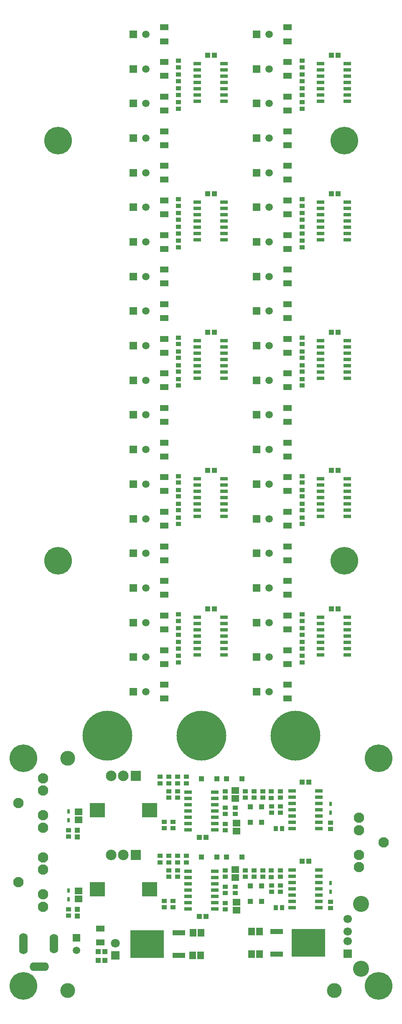
<source format=gts>
G04*
G04 #@! TF.GenerationSoftware,Altium Limited,Altium Designer,23.10.1 (27)*
G04*
G04 Layer_Color=8388736*
%FSLAX25Y25*%
%MOIN*%
G70*
G04*
G04 #@! TF.SameCoordinates,DEC2BE8A-3C9D-4CA9-A4ED-9AED73E2F86B*
G04*
G04*
G04 #@! TF.FilePolarity,Negative*
G04*
G01*
G75*
%ADD33R,0.27165X0.22244*%
%ADD34R,0.09843X0.04331*%
%ADD35R,0.05512X0.05906*%
%ADD36R,0.03937X0.04331*%
%ADD37R,0.06890X0.05118*%
%ADD38R,0.05906X0.05512*%
%ADD39R,0.04331X0.03937*%
%ADD40R,0.02362X0.03543*%
%ADD41R,0.04134X0.03740*%
%ADD42R,0.06102X0.02756*%
%ADD43R,0.03937X0.04134*%
%ADD44R,0.03740X0.04134*%
%ADD45R,0.04134X0.03937*%
%ADD46C,0.11811*%
%ADD47C,0.39764*%
%ADD48C,0.07087*%
%ADD49R,0.07087X0.07087*%
%ADD50O,0.06890X0.16929*%
%ADD51O,0.06890X0.15551*%
%ADD52O,0.15551X0.06890*%
%ADD53C,0.08268*%
%ADD54C,0.00394*%
%ADD55C,0.12795*%
%ADD56C,0.06693*%
%ADD57R,0.06693X0.06693*%
%ADD58R,0.05906X0.05906*%
%ADD59C,0.05906*%
%ADD60R,0.12402X0.11614*%
%ADD61R,0.08465X0.08465*%
%ADD62C,0.08465*%
%ADD63R,0.05906X0.05906*%
%ADD64C,0.22047*%
D33*
X243000Y50000D02*
D03*
X114431Y49047D02*
D03*
D34*
X217803Y41024D02*
D03*
Y58976D02*
D03*
X139627Y58024D02*
D03*
Y40071D02*
D03*
D35*
X197850Y59000D02*
D03*
X204150D02*
D03*
X197850Y41000D02*
D03*
X204150D02*
D03*
X157299Y57843D02*
D03*
X151000D02*
D03*
X157150Y39843D02*
D03*
X150850D02*
D03*
D36*
X80657Y35843D02*
D03*
X75343D02*
D03*
X80658Y42843D02*
D03*
X75343D02*
D03*
X266602Y756913D02*
D03*
X261287D02*
D03*
X168177D02*
D03*
X162862D02*
D03*
X168177Y646677D02*
D03*
X162862D02*
D03*
X266602D02*
D03*
X261287D02*
D03*
X266602Y536441D02*
D03*
X261287D02*
D03*
X168177D02*
D03*
X162862D02*
D03*
X168177Y426205D02*
D03*
X162862D02*
D03*
X266602D02*
D03*
X261287D02*
D03*
X266602Y315968D02*
D03*
X261287D02*
D03*
X168177D02*
D03*
X162862D02*
D03*
X238012Y115110D02*
D03*
X243327D02*
D03*
X156012Y71110D02*
D03*
X161327D02*
D03*
X238012Y178102D02*
D03*
X243327D02*
D03*
X156012Y134102D02*
D03*
X161327D02*
D03*
D37*
X77000Y50331D02*
D03*
Y61354D02*
D03*
X226378Y768110D02*
D03*
Y779134D02*
D03*
Y740551D02*
D03*
Y751575D02*
D03*
Y712992D02*
D03*
Y724016D02*
D03*
Y685433D02*
D03*
Y696456D02*
D03*
X127953Y768110D02*
D03*
Y779134D02*
D03*
Y740551D02*
D03*
Y751575D02*
D03*
Y712992D02*
D03*
Y724016D02*
D03*
Y685433D02*
D03*
Y696456D02*
D03*
Y657874D02*
D03*
Y668898D02*
D03*
Y630315D02*
D03*
Y641339D02*
D03*
Y602756D02*
D03*
Y613779D02*
D03*
Y575197D02*
D03*
Y586220D02*
D03*
X226378Y657874D02*
D03*
Y668898D02*
D03*
Y630315D02*
D03*
Y641339D02*
D03*
Y602756D02*
D03*
Y613779D02*
D03*
Y575197D02*
D03*
Y586220D02*
D03*
Y547638D02*
D03*
Y558661D02*
D03*
Y520079D02*
D03*
Y531102D02*
D03*
Y492520D02*
D03*
Y503543D02*
D03*
Y464961D02*
D03*
Y475984D02*
D03*
X127953Y547638D02*
D03*
Y558661D02*
D03*
Y520079D02*
D03*
Y531102D02*
D03*
Y492520D02*
D03*
Y503543D02*
D03*
Y464961D02*
D03*
Y475984D02*
D03*
Y437402D02*
D03*
Y448425D02*
D03*
Y409842D02*
D03*
Y420866D02*
D03*
Y382283D02*
D03*
Y393307D02*
D03*
Y354724D02*
D03*
Y365748D02*
D03*
X226378Y437402D02*
D03*
Y448425D02*
D03*
Y409842D02*
D03*
Y420866D02*
D03*
Y382283D02*
D03*
Y393307D02*
D03*
Y354724D02*
D03*
Y365748D02*
D03*
Y327165D02*
D03*
Y338189D02*
D03*
Y299606D02*
D03*
Y310630D02*
D03*
Y272047D02*
D03*
Y283071D02*
D03*
Y244488D02*
D03*
Y255512D02*
D03*
X127953Y244488D02*
D03*
Y255512D02*
D03*
Y272047D02*
D03*
Y283071D02*
D03*
Y299606D02*
D03*
Y310630D02*
D03*
Y327165D02*
D03*
Y338189D02*
D03*
D38*
X59669Y91260D02*
D03*
Y84961D02*
D03*
Y154252D02*
D03*
Y147953D02*
D03*
X184669Y108260D02*
D03*
Y101961D02*
D03*
X185669Y75961D02*
D03*
Y82260D02*
D03*
X184669Y171252D02*
D03*
Y164953D02*
D03*
X185669Y138953D02*
D03*
Y145252D02*
D03*
D39*
X58669Y71453D02*
D03*
Y76768D02*
D03*
Y134445D02*
D03*
Y139760D02*
D03*
D40*
X51669Y91654D02*
D03*
Y84567D02*
D03*
Y154646D02*
D03*
Y147559D02*
D03*
X260669Y90567D02*
D03*
Y97654D02*
D03*
Y153559D02*
D03*
Y160646D02*
D03*
D41*
X237945Y747354D02*
D03*
Y752472D02*
D03*
Y736354D02*
D03*
Y741472D02*
D03*
Y725354D02*
D03*
Y730472D02*
D03*
Y714354D02*
D03*
Y719472D02*
D03*
X139520Y747354D02*
D03*
Y752472D02*
D03*
Y736354D02*
D03*
Y741472D02*
D03*
Y725354D02*
D03*
Y730472D02*
D03*
Y714354D02*
D03*
Y719472D02*
D03*
Y637118D02*
D03*
Y642236D02*
D03*
Y626118D02*
D03*
Y631236D02*
D03*
Y615118D02*
D03*
Y620236D02*
D03*
Y604118D02*
D03*
Y609236D02*
D03*
X237945Y637118D02*
D03*
Y642236D02*
D03*
Y626118D02*
D03*
Y631236D02*
D03*
Y615118D02*
D03*
Y620236D02*
D03*
Y604118D02*
D03*
Y609236D02*
D03*
Y526882D02*
D03*
Y532000D02*
D03*
Y515882D02*
D03*
Y521000D02*
D03*
Y504882D02*
D03*
Y510000D02*
D03*
Y493882D02*
D03*
Y499000D02*
D03*
X139520Y526882D02*
D03*
Y532000D02*
D03*
Y515882D02*
D03*
Y521000D02*
D03*
Y504882D02*
D03*
Y510000D02*
D03*
Y493882D02*
D03*
Y499000D02*
D03*
Y416646D02*
D03*
Y421764D02*
D03*
Y405646D02*
D03*
Y410764D02*
D03*
Y394646D02*
D03*
Y399764D02*
D03*
Y383646D02*
D03*
Y388764D02*
D03*
X237945Y416646D02*
D03*
Y421764D02*
D03*
Y405646D02*
D03*
Y410764D02*
D03*
Y394646D02*
D03*
Y399764D02*
D03*
Y383646D02*
D03*
Y388764D02*
D03*
Y306409D02*
D03*
Y311528D02*
D03*
Y295409D02*
D03*
Y300528D02*
D03*
Y284409D02*
D03*
Y289528D02*
D03*
Y273409D02*
D03*
Y278528D02*
D03*
X139520Y306409D02*
D03*
Y311528D02*
D03*
Y295409D02*
D03*
Y300528D02*
D03*
Y284409D02*
D03*
Y289528D02*
D03*
Y273409D02*
D03*
Y278528D02*
D03*
X176669Y102551D02*
D03*
Y107669D02*
D03*
X135168Y83261D02*
D03*
Y78143D02*
D03*
X128169Y83261D02*
D03*
Y78143D02*
D03*
X138669Y102551D02*
D03*
Y107669D02*
D03*
X220669Y102551D02*
D03*
Y107669D02*
D03*
Y90551D02*
D03*
Y95669D02*
D03*
X145669Y114071D02*
D03*
Y119189D02*
D03*
X51669Y76669D02*
D03*
Y71551D02*
D03*
X138669Y114071D02*
D03*
Y119189D02*
D03*
X192669Y102551D02*
D03*
Y107669D02*
D03*
X184669Y89551D02*
D03*
Y94669D02*
D03*
X131669Y102551D02*
D03*
Y107669D02*
D03*
X199669Y102551D02*
D03*
Y107669D02*
D03*
X213476Y107567D02*
D03*
Y102449D02*
D03*
X131669Y114071D02*
D03*
Y119189D02*
D03*
X206669Y107669D02*
D03*
Y102551D02*
D03*
X176669Y81669D02*
D03*
Y76551D02*
D03*
X124669Y114071D02*
D03*
Y119189D02*
D03*
X213669Y95669D02*
D03*
Y90551D02*
D03*
X260669Y77551D02*
D03*
Y82670D02*
D03*
X176669Y94669D02*
D03*
Y89551D02*
D03*
X176669Y165543D02*
D03*
Y170661D02*
D03*
X135169Y146253D02*
D03*
Y141135D02*
D03*
X128169Y146253D02*
D03*
Y141135D02*
D03*
X138669Y165543D02*
D03*
Y170661D02*
D03*
X220669Y165543D02*
D03*
Y170661D02*
D03*
Y153543D02*
D03*
Y158661D02*
D03*
X145669Y177063D02*
D03*
Y182181D02*
D03*
X51669Y139661D02*
D03*
Y134543D02*
D03*
X138669Y177063D02*
D03*
Y182181D02*
D03*
X192669Y165543D02*
D03*
Y170661D02*
D03*
X184669Y152543D02*
D03*
Y157661D02*
D03*
X131669Y165543D02*
D03*
Y170661D02*
D03*
X199669Y165543D02*
D03*
Y170661D02*
D03*
X213475Y170559D02*
D03*
Y165441D02*
D03*
X131669Y177063D02*
D03*
Y182181D02*
D03*
X206669Y170661D02*
D03*
Y165543D02*
D03*
X176669Y144661D02*
D03*
Y139543D02*
D03*
X124669Y177063D02*
D03*
Y182181D02*
D03*
X213669Y158661D02*
D03*
Y153543D02*
D03*
X260669Y140543D02*
D03*
Y145661D02*
D03*
X176669Y157661D02*
D03*
Y152543D02*
D03*
D42*
X274161Y720252D02*
D03*
Y725252D02*
D03*
Y730252D02*
D03*
Y735252D02*
D03*
Y740252D02*
D03*
Y745252D02*
D03*
Y750252D02*
D03*
X252705Y720252D02*
D03*
Y725252D02*
D03*
Y730252D02*
D03*
Y735252D02*
D03*
Y740252D02*
D03*
Y745252D02*
D03*
Y750252D02*
D03*
X175736Y720252D02*
D03*
Y725252D02*
D03*
Y730252D02*
D03*
Y735252D02*
D03*
Y740252D02*
D03*
Y745252D02*
D03*
Y750252D02*
D03*
X154280Y720252D02*
D03*
Y725252D02*
D03*
Y730252D02*
D03*
Y735252D02*
D03*
Y740252D02*
D03*
Y745252D02*
D03*
Y750252D02*
D03*
X175736Y610016D02*
D03*
Y615016D02*
D03*
Y620016D02*
D03*
Y625016D02*
D03*
Y630016D02*
D03*
Y635016D02*
D03*
Y640016D02*
D03*
X154280Y610016D02*
D03*
Y615016D02*
D03*
Y620016D02*
D03*
Y625016D02*
D03*
Y630016D02*
D03*
Y635016D02*
D03*
Y640016D02*
D03*
X274161Y610016D02*
D03*
Y615016D02*
D03*
Y620016D02*
D03*
Y625016D02*
D03*
Y630016D02*
D03*
Y635016D02*
D03*
Y640016D02*
D03*
X252705Y610016D02*
D03*
Y615016D02*
D03*
Y620016D02*
D03*
Y625016D02*
D03*
Y630016D02*
D03*
Y635016D02*
D03*
Y640016D02*
D03*
X274161Y499779D02*
D03*
Y504779D02*
D03*
Y509779D02*
D03*
Y514779D02*
D03*
Y519779D02*
D03*
Y524779D02*
D03*
Y529779D02*
D03*
X252705Y499779D02*
D03*
Y504779D02*
D03*
Y509779D02*
D03*
Y514779D02*
D03*
Y519779D02*
D03*
Y524779D02*
D03*
Y529779D02*
D03*
X175736Y499779D02*
D03*
Y504779D02*
D03*
Y509779D02*
D03*
Y514779D02*
D03*
Y519779D02*
D03*
Y524779D02*
D03*
Y529779D02*
D03*
X154280Y499779D02*
D03*
Y504779D02*
D03*
Y509779D02*
D03*
Y514779D02*
D03*
Y519779D02*
D03*
Y524779D02*
D03*
Y529779D02*
D03*
X175736Y389543D02*
D03*
Y394543D02*
D03*
Y399543D02*
D03*
Y404543D02*
D03*
Y409543D02*
D03*
Y414543D02*
D03*
Y419543D02*
D03*
X154280Y389543D02*
D03*
Y394543D02*
D03*
Y399543D02*
D03*
Y404543D02*
D03*
Y409543D02*
D03*
Y414543D02*
D03*
Y419543D02*
D03*
X274161Y389543D02*
D03*
Y394543D02*
D03*
Y399543D02*
D03*
Y404543D02*
D03*
Y409543D02*
D03*
Y414543D02*
D03*
Y419543D02*
D03*
X252705Y389543D02*
D03*
Y394543D02*
D03*
Y399543D02*
D03*
Y404543D02*
D03*
Y409543D02*
D03*
Y414543D02*
D03*
Y419543D02*
D03*
X274161Y279307D02*
D03*
Y284307D02*
D03*
Y289307D02*
D03*
Y294307D02*
D03*
Y299307D02*
D03*
Y304307D02*
D03*
Y309307D02*
D03*
X252705Y279307D02*
D03*
Y284307D02*
D03*
Y289307D02*
D03*
Y294307D02*
D03*
Y299307D02*
D03*
Y304307D02*
D03*
Y309307D02*
D03*
X175736Y279307D02*
D03*
Y284307D02*
D03*
Y289307D02*
D03*
Y294307D02*
D03*
Y299307D02*
D03*
Y304307D02*
D03*
Y309307D02*
D03*
X154280Y279307D02*
D03*
Y284307D02*
D03*
Y289307D02*
D03*
Y294307D02*
D03*
Y299307D02*
D03*
Y304307D02*
D03*
Y309307D02*
D03*
X229941Y108110D02*
D03*
Y103110D02*
D03*
Y98110D02*
D03*
Y93110D02*
D03*
Y88110D02*
D03*
Y83110D02*
D03*
Y78110D02*
D03*
X251398Y108110D02*
D03*
Y103110D02*
D03*
Y98110D02*
D03*
Y93110D02*
D03*
Y88110D02*
D03*
Y83110D02*
D03*
Y78110D02*
D03*
X146941Y107110D02*
D03*
Y102110D02*
D03*
Y97110D02*
D03*
Y92110D02*
D03*
Y87110D02*
D03*
Y82110D02*
D03*
Y77110D02*
D03*
X168398Y107110D02*
D03*
Y102110D02*
D03*
Y97110D02*
D03*
Y92110D02*
D03*
Y87110D02*
D03*
Y82110D02*
D03*
Y77110D02*
D03*
X229941Y171102D02*
D03*
Y166102D02*
D03*
Y161102D02*
D03*
Y156102D02*
D03*
Y151102D02*
D03*
Y146102D02*
D03*
Y141102D02*
D03*
X251398Y171102D02*
D03*
Y166102D02*
D03*
Y161102D02*
D03*
Y156102D02*
D03*
Y151102D02*
D03*
Y146102D02*
D03*
Y141102D02*
D03*
X146941Y170102D02*
D03*
Y165102D02*
D03*
Y160102D02*
D03*
Y155102D02*
D03*
Y150102D02*
D03*
Y145102D02*
D03*
Y140102D02*
D03*
X168398Y170102D02*
D03*
Y165102D02*
D03*
Y160102D02*
D03*
Y155102D02*
D03*
Y150102D02*
D03*
Y145102D02*
D03*
Y140102D02*
D03*
D43*
X157674Y118384D02*
D03*
X170075D02*
D03*
X177674D02*
D03*
X190075D02*
D03*
X157624Y180531D02*
D03*
X170026D02*
D03*
X177624D02*
D03*
X190026D02*
D03*
D44*
X222228Y78110D02*
D03*
X217110D02*
D03*
X222228Y141102D02*
D03*
X217110D02*
D03*
D45*
X205669Y95311D02*
D03*
Y82910D02*
D03*
X196669Y95311D02*
D03*
Y82910D02*
D03*
X205669Y158303D02*
D03*
Y145902D02*
D03*
X196669Y158303D02*
D03*
Y145902D02*
D03*
D46*
X263779Y11811D02*
D03*
X51181D02*
D03*
X51181Y196850D02*
D03*
D47*
X82624Y215000D02*
D03*
X232624D02*
D03*
X157624D02*
D03*
D48*
X89000Y49685D02*
D03*
D49*
Y39843D02*
D03*
D50*
X15748Y49213D02*
D03*
D51*
X40157D02*
D03*
D52*
X28543Y30906D02*
D03*
D53*
X11811Y98425D02*
D03*
X31496Y108268D02*
D03*
Y118110D02*
D03*
Y88583D02*
D03*
Y78740D02*
D03*
X11811Y161417D02*
D03*
X31496Y171260D02*
D03*
Y181102D02*
D03*
Y151575D02*
D03*
Y141732D02*
D03*
X283465Y149606D02*
D03*
Y139764D02*
D03*
Y110236D02*
D03*
Y120079D02*
D03*
X303150Y129921D02*
D03*
D54*
X11811Y78740D02*
D03*
Y118110D02*
D03*
X11811Y141732D02*
D03*
Y181102D02*
D03*
X303150Y110236D02*
D03*
Y149606D02*
D03*
D55*
X285193Y80984D02*
D03*
Y29252D02*
D03*
D56*
X274524Y68898D02*
D03*
Y59055D02*
D03*
Y51181D02*
D03*
D57*
Y41339D02*
D03*
D58*
X58000Y53843D02*
D03*
D59*
Y43843D02*
D03*
X211693Y773622D02*
D03*
Y746063D02*
D03*
Y718504D02*
D03*
Y690945D02*
D03*
X113268Y773622D02*
D03*
Y746063D02*
D03*
Y718504D02*
D03*
Y690945D02*
D03*
Y663386D02*
D03*
Y635827D02*
D03*
Y608268D02*
D03*
Y580709D02*
D03*
X211693Y663386D02*
D03*
Y635827D02*
D03*
Y608268D02*
D03*
Y580709D02*
D03*
Y553150D02*
D03*
Y525591D02*
D03*
Y498031D02*
D03*
Y470472D02*
D03*
X113268Y553150D02*
D03*
Y525591D02*
D03*
Y498031D02*
D03*
Y470472D02*
D03*
Y442913D02*
D03*
Y415354D02*
D03*
Y387795D02*
D03*
Y360236D02*
D03*
X211693Y442913D02*
D03*
Y415354D02*
D03*
Y387795D02*
D03*
Y360236D02*
D03*
Y332677D02*
D03*
Y305118D02*
D03*
Y277559D02*
D03*
Y250000D02*
D03*
X113268Y332677D02*
D03*
Y305118D02*
D03*
Y277559D02*
D03*
Y250000D02*
D03*
D60*
X116339Y92567D02*
D03*
X74606D02*
D03*
X116339Y155559D02*
D03*
X74606D02*
D03*
D61*
X105315Y120126D02*
D03*
Y183118D02*
D03*
D62*
X85630Y120126D02*
D03*
X95472D02*
D03*
X85630Y183118D02*
D03*
X95472D02*
D03*
D63*
X201693Y773622D02*
D03*
Y746063D02*
D03*
Y718504D02*
D03*
Y690945D02*
D03*
X103268Y773622D02*
D03*
Y746063D02*
D03*
Y718504D02*
D03*
Y690945D02*
D03*
Y663386D02*
D03*
Y635827D02*
D03*
Y608268D02*
D03*
Y580709D02*
D03*
X201693Y663386D02*
D03*
Y635827D02*
D03*
Y608268D02*
D03*
Y580709D02*
D03*
Y553150D02*
D03*
Y525591D02*
D03*
Y498031D02*
D03*
Y470472D02*
D03*
X103268Y553150D02*
D03*
Y525591D02*
D03*
Y498031D02*
D03*
Y470472D02*
D03*
Y442913D02*
D03*
Y415354D02*
D03*
Y387795D02*
D03*
Y360236D02*
D03*
X201693Y442913D02*
D03*
Y415354D02*
D03*
Y387795D02*
D03*
Y360236D02*
D03*
Y332677D02*
D03*
Y305118D02*
D03*
Y277559D02*
D03*
Y250000D02*
D03*
X103268Y332677D02*
D03*
Y305118D02*
D03*
Y277559D02*
D03*
Y250000D02*
D03*
D64*
X271654Y354331D02*
D03*
Y688976D02*
D03*
X43307D02*
D03*
Y354331D02*
D03*
X299213Y196850D02*
D03*
X15748D02*
D03*
X299213Y15748D02*
D03*
X15748D02*
D03*
M02*

</source>
